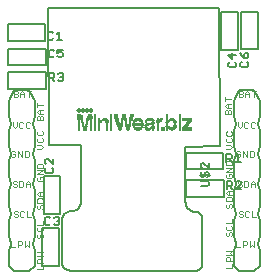
<source format=gto>
G75*
%MOIN*%
%OFA0B0*%
%FSLAX24Y24*%
%IPPOS*%
%LPD*%
%AMOC8*
5,1,8,0,0,1.08239X$1,22.5*
%
%ADD10C,0.0080*%
%ADD11C,0.0040*%
%ADD12R,0.0042X0.0007*%
%ADD13R,0.0035X0.0007*%
%ADD14R,0.0028X0.0007*%
%ADD15R,0.0099X0.0007*%
%ADD16R,0.0106X0.0007*%
%ADD17R,0.0092X0.0007*%
%ADD18R,0.0120X0.0007*%
%ADD19R,0.0113X0.0007*%
%ADD20R,0.0085X0.0007*%
%ADD21R,0.0333X0.0007*%
%ADD22R,0.0099X0.0007*%
%ADD23R,0.0106X0.0007*%
%ADD24R,0.0092X0.0007*%
%ADD25R,0.0163X0.0007*%
%ADD26R,0.0149X0.0007*%
%ADD27R,0.0092X0.0007*%
%ADD28R,0.0127X0.0007*%
%ADD29R,0.0333X0.0007*%
%ADD30R,0.0099X0.0007*%
%ADD31R,0.0106X0.0007*%
%ADD32R,0.0092X0.0007*%
%ADD33R,0.0113X0.0007*%
%ADD34R,0.0191X0.0007*%
%ADD35R,0.0177X0.0007*%
%ADD36R,0.0092X0.0007*%
%ADD37R,0.0149X0.0007*%
%ADD38R,0.0333X0.0007*%
%ADD39R,0.0120X0.0007*%
%ADD40R,0.0212X0.0007*%
%ADD41R,0.0191X0.0007*%
%ADD42R,0.0092X0.0007*%
%ADD43R,0.0177X0.0007*%
%ADD44R,0.0120X0.0007*%
%ADD45R,0.0234X0.0007*%
%ADD46R,0.0205X0.0007*%
%ADD47R,0.0099X0.0007*%
%ADD48R,0.0120X0.0007*%
%ADD49R,0.0092X0.0007*%
%ADD50R,0.0113X0.0007*%
%ADD51R,0.0120X0.0007*%
%ADD52R,0.0255X0.0007*%
%ADD53R,0.0220X0.0007*%
%ADD54R,0.0092X0.0007*%
%ADD55R,0.0106X0.0007*%
%ADD56R,0.0198X0.0007*%
%ADD57R,0.0333X0.0007*%
%ADD58R,0.0135X0.0007*%
%ADD59R,0.0127X0.0007*%
%ADD60R,0.0269X0.0007*%
%ADD61R,0.0326X0.0007*%
%ADD62R,0.0212X0.0007*%
%ADD63R,0.0135X0.0007*%
%ADD64R,0.0127X0.0007*%
%ADD65R,0.0127X0.0007*%
%ADD66R,0.0283X0.0007*%
%ADD67R,0.0333X0.0007*%
%ADD68R,0.0227X0.0007*%
%ADD69R,0.0135X0.0007*%
%ADD70R,0.0127X0.0007*%
%ADD71R,0.0290X0.0007*%
%ADD72R,0.0333X0.0007*%
%ADD73R,0.0135X0.0007*%
%ADD74R,0.0297X0.0007*%
%ADD75R,0.0340X0.0007*%
%ADD76R,0.0149X0.0007*%
%ADD77R,0.0135X0.0007*%
%ADD78R,0.0142X0.0007*%
%ADD79R,0.0312X0.0007*%
%ADD80R,0.0156X0.0007*%
%ADD81R,0.0340X0.0007*%
%ADD82R,0.0142X0.0007*%
%ADD83R,0.0120X0.0007*%
%ADD84R,0.0142X0.0007*%
%ADD85R,0.0326X0.0007*%
%ADD86R,0.0149X0.0007*%
%ADD87R,0.0142X0.0007*%
%ADD88R,0.0106X0.0007*%
%ADD89R,0.0127X0.0007*%
%ADD90R,0.0135X0.0007*%
%ADD91R,0.0113X0.0007*%
%ADD92R,0.0163X0.0007*%
%ADD93R,0.0163X0.0007*%
%ADD94R,0.0156X0.0007*%
%ADD95R,0.0113X0.0007*%
%ADD96R,0.0120X0.0007*%
%ADD97R,0.0163X0.0007*%
%ADD98R,0.0163X0.0007*%
%ADD99R,0.0085X0.0007*%
%ADD100R,0.0170X0.0007*%
%ADD101R,0.0177X0.0007*%
%ADD102R,0.0085X0.0007*%
%ADD103R,0.0078X0.0007*%
%ADD104R,0.0177X0.0007*%
%ADD105R,0.0106X0.0007*%
%ADD106R,0.0113X0.0007*%
%ADD107R,0.0085X0.0007*%
%ADD108R,0.0177X0.0007*%
%ADD109R,0.0085X0.0007*%
%ADD110R,0.0177X0.0007*%
%ADD111R,0.0177X0.0007*%
%ADD112R,0.0099X0.0007*%
%ADD113R,0.0184X0.0007*%
%ADD114R,0.0099X0.0007*%
%ADD115R,0.0368X0.0007*%
%ADD116R,0.0191X0.0007*%
%ADD117R,0.0368X0.0007*%
%ADD118R,0.0163X0.0007*%
%ADD119R,0.0184X0.0007*%
%ADD120R,0.0368X0.0007*%
%ADD121R,0.0290X0.0007*%
%ADD122R,0.0113X0.0007*%
%ADD123R,0.0085X0.0007*%
%ADD124R,0.0368X0.0007*%
%ADD125R,0.0276X0.0007*%
%ADD126R,0.0361X0.0007*%
%ADD127R,0.0255X0.0007*%
%ADD128R,0.0085X0.0007*%
%ADD129R,0.0361X0.0007*%
%ADD130R,0.0220X0.0007*%
%ADD131R,0.0361X0.0007*%
%ADD132R,0.0099X0.0007*%
%ADD133R,0.0106X0.0007*%
%ADD134R,0.0106X0.0007*%
%ADD135R,0.0120X0.0007*%
%ADD136R,0.0219X0.0007*%
%ADD137R,0.0142X0.0007*%
%ADD138R,0.0219X0.0007*%
%ADD139R,0.0312X0.0007*%
%ADD140R,0.0219X0.0007*%
%ADD141R,0.0347X0.0007*%
%ADD142R,0.0312X0.0007*%
%ADD143R,0.0304X0.0007*%
%ADD144R,0.0340X0.0007*%
%ADD145R,0.0312X0.0007*%
%ADD146R,0.0234X0.0007*%
%ADD147R,0.0297X0.0007*%
%ADD148R,0.0219X0.0007*%
%ADD149R,0.0312X0.0007*%
%ADD150R,0.0227X0.0007*%
%ADD151R,0.0283X0.0007*%
%ADD152R,0.0290X0.0007*%
%ADD153R,0.0269X0.0007*%
%ADD154R,0.0205X0.0007*%
%ADD155R,0.0184X0.0007*%
%ADD156R,0.0255X0.0007*%
%ADD157R,0.0198X0.0007*%
%ADD158R,0.0191X0.0007*%
%ADD159R,0.0184X0.0007*%
%ADD160R,0.0241X0.0007*%
%ADD161R,0.0255X0.0007*%
%ADD162R,0.0191X0.0007*%
%ADD163R,0.0198X0.0007*%
%ADD164R,0.0184X0.0007*%
%ADD165R,0.0234X0.0007*%
%ADD166R,0.0212X0.0007*%
%ADD167R,0.0184X0.0007*%
%ADD168R,0.0170X0.0007*%
%ADD169R,0.0170X0.0007*%
%ADD170R,0.0156X0.0007*%
%ADD171R,0.0035X0.0007*%
%ADD172R,0.0170X0.0007*%
%ADD173R,0.0042X0.0007*%
%ADD174R,0.0064X0.0007*%
%ADD175R,0.0028X0.0007*%
%ADD176R,0.0035X0.0007*%
%ADD177R,0.0156X0.0007*%
%ADD178R,0.0177X0.0007*%
%ADD179R,0.0170X0.0007*%
%ADD180R,0.0028X0.0007*%
%ADD181R,0.0028X0.0007*%
%ADD182R,0.0057X0.0007*%
%ADD183R,0.0057X0.0007*%
%ADD184R,0.0042X0.0007*%
%ADD185R,0.0043X0.0007*%
%ADD186R,0.0050X0.0007*%
%ADD187R,0.0050X0.0007*%
%ADD188R,0.0043X0.0007*%
%ADD189R,0.0043X0.0007*%
%ADD190R,0.0035X0.0007*%
%ADD191R,0.0035X0.0007*%
%ADD192R,0.0078X0.0007*%
%ADD193R,0.0064X0.0007*%
%ADD194C,0.0060*%
D10*
X000249Y003226D02*
X000420Y003055D01*
X000920Y003055D01*
X001091Y003226D01*
X001091Y003726D01*
X001038Y003976D01*
X001091Y004226D01*
X001091Y004726D01*
X001038Y004976D01*
X001091Y005226D01*
X001091Y005726D01*
X001038Y005976D01*
X001091Y006226D01*
X001091Y006726D01*
X001038Y006976D01*
X001091Y007226D01*
X001091Y007726D01*
X001038Y007976D01*
X001091Y008226D01*
X001091Y008726D01*
X000920Y009094D01*
X000420Y009094D01*
X000249Y008726D01*
X000249Y008226D01*
X000302Y007976D01*
X000249Y007726D01*
X000249Y007226D01*
X000302Y006976D01*
X000249Y006726D01*
X000249Y006226D01*
X000302Y005976D01*
X000249Y005726D01*
X000249Y005226D01*
X000302Y004976D01*
X000249Y004726D01*
X000249Y004226D01*
X000302Y003976D01*
X000249Y003726D01*
X000249Y003226D01*
X001351Y003240D02*
X001902Y003240D01*
X001902Y004500D01*
X001351Y004500D01*
X001351Y003240D01*
X001993Y003379D02*
X001998Y004730D01*
X001954Y004969D02*
X001402Y004969D01*
X001402Y006228D01*
X001954Y006228D01*
X001954Y004969D01*
X001998Y004730D02*
X002000Y004765D01*
X002006Y004799D01*
X002015Y004833D01*
X002027Y004866D01*
X002043Y004897D01*
X002062Y004926D01*
X002084Y004953D01*
X002109Y004978D01*
X002136Y004999D01*
X002165Y005018D01*
X002196Y005034D01*
X002229Y005047D01*
X002263Y005056D01*
X002297Y005061D01*
X002332Y005063D01*
X002365Y005065D01*
X002397Y005070D01*
X002429Y005078D01*
X002459Y005090D01*
X002488Y005105D01*
X002516Y005123D01*
X002541Y005143D01*
X002565Y005167D01*
X002585Y005192D01*
X002603Y005219D01*
X002618Y005249D01*
X002630Y005279D01*
X002638Y005311D01*
X002643Y005343D01*
X002645Y005376D01*
X002644Y005376D02*
X002644Y007248D01*
X001560Y007268D01*
X001554Y011835D01*
X007241Y011823D01*
X007265Y007228D01*
X006121Y007197D01*
X006121Y005360D01*
X006146Y005535D02*
X006146Y006087D01*
X007406Y006087D01*
X007406Y005535D01*
X006146Y005535D01*
X006121Y005360D02*
X006123Y005326D01*
X006128Y005292D01*
X006137Y005260D01*
X006149Y005228D01*
X006165Y005198D01*
X006183Y005169D01*
X006204Y005143D01*
X006229Y005118D01*
X006255Y005097D01*
X006284Y005079D01*
X006314Y005063D01*
X006346Y005051D01*
X006378Y005042D01*
X006412Y005037D01*
X006446Y005035D01*
X006446Y005036D02*
X006476Y005034D01*
X006506Y005028D01*
X006534Y005018D01*
X006561Y005005D01*
X006587Y004988D01*
X006609Y004968D01*
X006629Y004946D01*
X006646Y004921D01*
X006659Y004894D01*
X006669Y004865D01*
X006675Y004835D01*
X006677Y004805D01*
X006676Y004805D02*
X006678Y003285D01*
X006676Y003257D01*
X006671Y003230D01*
X006662Y003203D01*
X006649Y003178D01*
X006634Y003155D01*
X006615Y003134D01*
X006594Y003115D01*
X006571Y003100D01*
X006546Y003087D01*
X006519Y003078D01*
X006492Y003073D01*
X006464Y003071D01*
X002301Y003071D01*
X002269Y003073D01*
X002237Y003078D01*
X002206Y003086D01*
X002176Y003098D01*
X002147Y003112D01*
X002120Y003130D01*
X002095Y003150D01*
X002072Y003173D01*
X002052Y003198D01*
X002034Y003225D01*
X002020Y003254D01*
X002008Y003284D01*
X002000Y003315D01*
X001995Y003347D01*
X001993Y003379D01*
X006127Y006449D02*
X006127Y007000D01*
X007387Y007000D01*
X007387Y006449D01*
X006127Y006449D01*
X007749Y006226D02*
X007802Y005976D01*
X007749Y005726D01*
X007749Y005226D01*
X007802Y004976D01*
X007749Y004726D01*
X007749Y004226D01*
X007802Y003976D01*
X007749Y003726D01*
X007749Y003226D01*
X007920Y003055D01*
X008420Y003055D01*
X008591Y003226D01*
X008591Y003726D01*
X008538Y003976D01*
X008591Y004226D01*
X008591Y004726D01*
X008538Y004976D01*
X008591Y005226D01*
X008591Y005726D01*
X008538Y005976D01*
X008591Y006226D01*
X008591Y006726D01*
X008538Y006976D01*
X008591Y007226D01*
X008591Y007726D01*
X008538Y007976D01*
X008591Y008226D01*
X008591Y008726D01*
X008420Y009094D01*
X007920Y009094D01*
X007749Y008726D01*
X007749Y008226D01*
X007802Y007976D01*
X007749Y007726D01*
X007749Y007226D01*
X007802Y006976D01*
X007749Y006726D01*
X007749Y006226D01*
X007871Y010437D02*
X007320Y010437D01*
X007320Y011697D01*
X007871Y011697D01*
X007871Y010437D01*
X007985Y010445D02*
X008536Y010445D01*
X008536Y011705D01*
X007985Y011705D01*
X007985Y010445D01*
X001457Y010476D02*
X001457Y009925D01*
X000198Y009925D01*
X000198Y010476D01*
X001457Y010476D01*
X001450Y010736D02*
X001450Y011287D01*
X000190Y011287D01*
X000190Y010736D01*
X001450Y010736D01*
X001469Y009689D02*
X001469Y009138D01*
X000209Y009138D01*
X000209Y009689D01*
X001469Y009689D01*
D11*
X000974Y009063D02*
X000841Y009063D01*
X000907Y009063D02*
X000907Y008863D01*
X000753Y008863D02*
X000753Y008996D01*
X000686Y009063D01*
X000620Y008996D01*
X000620Y008863D01*
X000532Y008896D02*
X000532Y008929D01*
X000499Y008963D01*
X000399Y008963D01*
X000399Y008863D02*
X000399Y009063D01*
X000499Y009063D01*
X000532Y009029D01*
X000532Y008996D01*
X000499Y008963D01*
X000532Y008896D02*
X000499Y008863D01*
X000399Y008863D01*
X000620Y008963D02*
X000753Y008963D01*
X001170Y008659D02*
X001170Y008525D01*
X001170Y008592D02*
X001370Y008592D01*
X001370Y008438D02*
X001237Y008438D01*
X001170Y008371D01*
X001237Y008304D01*
X001370Y008304D01*
X001337Y008217D02*
X001304Y008217D01*
X001270Y008183D01*
X001270Y008083D01*
X001170Y008083D02*
X001170Y008183D01*
X001204Y008217D01*
X001237Y008217D01*
X001270Y008183D01*
X001337Y008217D02*
X001370Y008183D01*
X001370Y008083D01*
X001170Y008083D01*
X001270Y008304D02*
X001270Y008438D01*
X000901Y008039D02*
X000835Y008039D01*
X000801Y008006D01*
X000801Y007872D01*
X000835Y007839D01*
X000901Y007839D01*
X000935Y007872D01*
X000935Y008006D02*
X000901Y008039D01*
X000714Y008006D02*
X000680Y008039D01*
X000614Y008039D01*
X000580Y008006D01*
X000580Y007872D01*
X000614Y007839D01*
X000680Y007839D01*
X000714Y007872D01*
X000493Y007906D02*
X000493Y008039D01*
X000493Y007906D02*
X000426Y007839D01*
X000359Y007906D01*
X000359Y008039D01*
X000353Y007055D02*
X000320Y007021D01*
X000320Y006888D01*
X000353Y006855D01*
X000420Y006855D01*
X000453Y006888D01*
X000453Y006955D01*
X000387Y006955D01*
X000453Y007021D02*
X000420Y007055D01*
X000353Y007055D01*
X000541Y007055D02*
X000541Y006855D01*
X000674Y006855D02*
X000541Y007055D01*
X000674Y007055D02*
X000674Y006855D01*
X000762Y006855D02*
X000762Y007055D01*
X000862Y007055D01*
X000895Y007021D01*
X000895Y006888D01*
X000862Y006855D01*
X000762Y006855D01*
X001182Y006609D02*
X001182Y006509D01*
X001382Y006509D01*
X001382Y006609D01*
X001349Y006643D01*
X001216Y006643D01*
X001182Y006609D01*
X001182Y006509D01*
X001382Y006509D01*
X001382Y006609D01*
X001349Y006643D01*
X001216Y006643D01*
X001182Y006609D01*
X001182Y006422D02*
X001382Y006422D01*
X001182Y006288D01*
X001382Y006288D01*
X001182Y006288D01*
X001382Y006422D01*
X001182Y006422D01*
X001216Y006201D02*
X001182Y006167D01*
X001182Y006101D01*
X001216Y006067D01*
X001349Y006067D01*
X001382Y006101D01*
X001382Y006167D01*
X001349Y006201D01*
X001282Y006201D01*
X001282Y006134D01*
X001282Y006201D01*
X001349Y006201D01*
X001382Y006167D01*
X001382Y006101D01*
X001349Y006067D01*
X001216Y006067D01*
X001182Y006101D01*
X001182Y006167D01*
X001216Y006201D01*
X000935Y006004D02*
X000935Y005870D01*
X000935Y005970D02*
X000801Y005970D01*
X000801Y006004D02*
X000801Y005870D01*
X000714Y005904D02*
X000714Y006037D01*
X000680Y006071D01*
X000580Y006071D01*
X000580Y005870D01*
X000680Y005870D01*
X000714Y005904D01*
X000801Y006004D02*
X000868Y006071D01*
X000935Y006004D01*
X001249Y005698D02*
X001182Y005631D01*
X001249Y005564D01*
X001382Y005564D01*
X001349Y005477D02*
X001216Y005477D01*
X001182Y005443D01*
X001182Y005343D01*
X001382Y005343D01*
X001382Y005443D01*
X001349Y005477D01*
X001282Y005564D02*
X001282Y005698D01*
X001249Y005698D02*
X001382Y005698D01*
X001349Y005256D02*
X001316Y005256D01*
X001282Y005222D01*
X001282Y005156D01*
X001249Y005122D01*
X001216Y005122D01*
X001182Y005156D01*
X001182Y005222D01*
X001216Y005256D01*
X001349Y005256D02*
X001382Y005222D01*
X001382Y005156D01*
X001349Y005122D01*
X001374Y004737D02*
X001374Y004604D01*
X001174Y004604D01*
X001208Y004516D02*
X001174Y004483D01*
X001174Y004416D01*
X001208Y004383D01*
X001341Y004383D01*
X001374Y004416D01*
X001374Y004483D01*
X001341Y004516D01*
X001341Y004295D02*
X001308Y004295D01*
X001274Y004262D01*
X001274Y004195D01*
X001241Y004162D01*
X001208Y004162D01*
X001174Y004195D01*
X001174Y004262D01*
X001208Y004295D01*
X001341Y004295D02*
X001374Y004262D01*
X001374Y004195D01*
X001341Y004162D01*
X001382Y003690D02*
X001182Y003690D01*
X001182Y003556D02*
X001382Y003556D01*
X001316Y003623D01*
X001382Y003690D01*
X001282Y003469D02*
X001216Y003469D01*
X001182Y003436D01*
X001182Y003335D01*
X001382Y003335D01*
X001316Y003335D02*
X001316Y003436D01*
X001282Y003469D01*
X001382Y003248D02*
X001382Y003114D01*
X001182Y003114D01*
X000895Y003863D02*
X000895Y004063D01*
X000829Y003929D02*
X000895Y003863D01*
X000829Y003929D02*
X000762Y003863D01*
X000762Y004063D01*
X000674Y004029D02*
X000674Y003963D01*
X000641Y003929D01*
X000541Y003929D01*
X000541Y003863D02*
X000541Y004063D01*
X000641Y004063D01*
X000674Y004029D01*
X000453Y003863D02*
X000320Y003863D01*
X000320Y004063D01*
X000432Y004847D02*
X000399Y004880D01*
X000432Y004847D02*
X000499Y004847D01*
X000532Y004880D01*
X000532Y004913D01*
X000499Y004947D01*
X000432Y004947D01*
X000399Y004980D01*
X000399Y005014D01*
X000432Y005047D01*
X000499Y005047D01*
X000532Y005014D01*
X000620Y005014D02*
X000620Y004880D01*
X000653Y004847D01*
X000720Y004847D01*
X000753Y004880D01*
X000841Y004847D02*
X000974Y004847D01*
X000841Y004847D02*
X000841Y005047D01*
X000753Y005014D02*
X000720Y005047D01*
X000653Y005047D01*
X000620Y005014D01*
X000459Y005870D02*
X000393Y005870D01*
X000359Y005904D01*
X000393Y005970D02*
X000459Y005970D01*
X000493Y005937D01*
X000493Y005904D01*
X000459Y005870D01*
X000393Y005970D02*
X000359Y006004D01*
X000359Y006037D01*
X000393Y006071D01*
X000459Y006071D01*
X000493Y006037D01*
X001186Y007137D02*
X001319Y007137D01*
X001386Y007203D01*
X001319Y007270D01*
X001186Y007270D01*
X001219Y007358D02*
X001353Y007358D01*
X001386Y007391D01*
X001386Y007458D01*
X001353Y007491D01*
X001353Y007579D02*
X001386Y007612D01*
X001386Y007679D01*
X001353Y007712D01*
X001353Y007579D02*
X001219Y007579D01*
X001186Y007612D01*
X001186Y007679D01*
X001219Y007712D01*
X001219Y007491D02*
X001186Y007458D01*
X001186Y007391D01*
X001219Y007358D01*
X007458Y007389D02*
X007491Y007355D01*
X007625Y007355D01*
X007658Y007389D01*
X007658Y007455D01*
X007625Y007489D01*
X007625Y007576D02*
X007658Y007610D01*
X007658Y007676D01*
X007625Y007710D01*
X007625Y007576D02*
X007491Y007576D01*
X007458Y007610D01*
X007458Y007676D01*
X007491Y007710D01*
X007491Y007489D02*
X007458Y007455D01*
X007458Y007389D01*
X007458Y007268D02*
X007591Y007268D01*
X007658Y007201D01*
X007591Y007134D01*
X007458Y007134D01*
X007491Y006725D02*
X007458Y006692D01*
X007458Y006592D01*
X007658Y006592D01*
X007658Y006692D01*
X007625Y006725D01*
X007491Y006725D01*
X007458Y006504D02*
X007658Y006504D01*
X007458Y006371D01*
X007658Y006371D01*
X007625Y006283D02*
X007558Y006283D01*
X007558Y006217D01*
X007625Y006283D02*
X007658Y006250D01*
X007658Y006183D01*
X007625Y006150D01*
X007491Y006150D01*
X007458Y006183D01*
X007458Y006250D01*
X007491Y006283D01*
X007525Y005741D02*
X007658Y005741D01*
X007558Y005741D02*
X007558Y005608D01*
X007525Y005608D02*
X007458Y005674D01*
X007525Y005741D01*
X007525Y005608D02*
X007658Y005608D01*
X007625Y005520D02*
X007491Y005520D01*
X007458Y005487D01*
X007458Y005387D01*
X007658Y005387D01*
X007658Y005487D01*
X007625Y005520D01*
X007625Y005299D02*
X007658Y005266D01*
X007658Y005199D01*
X007625Y005166D01*
X007558Y005199D02*
X007558Y005266D01*
X007591Y005299D01*
X007625Y005299D01*
X007558Y005199D02*
X007525Y005166D01*
X007491Y005166D01*
X007458Y005199D01*
X007458Y005266D01*
X007491Y005299D01*
X007658Y004796D02*
X007658Y004663D01*
X007458Y004663D01*
X007491Y004575D02*
X007458Y004542D01*
X007458Y004475D01*
X007491Y004442D01*
X007625Y004442D01*
X007658Y004475D01*
X007658Y004542D01*
X007625Y004575D01*
X007625Y004354D02*
X007658Y004321D01*
X007658Y004254D01*
X007625Y004221D01*
X007558Y004254D02*
X007558Y004321D01*
X007591Y004354D01*
X007625Y004354D01*
X007558Y004254D02*
X007525Y004221D01*
X007491Y004221D01*
X007458Y004254D01*
X007458Y004321D01*
X007491Y004354D01*
X007820Y004063D02*
X007820Y003863D01*
X007953Y003863D01*
X008041Y003863D02*
X008041Y004063D01*
X008141Y004063D01*
X008174Y004029D01*
X008174Y003963D01*
X008141Y003929D01*
X008041Y003929D01*
X008262Y003863D02*
X008329Y003929D01*
X008395Y003863D01*
X008395Y004063D01*
X008262Y004063D02*
X008262Y003863D01*
X007658Y003733D02*
X007458Y003733D01*
X007458Y003600D02*
X007658Y003600D01*
X007591Y003666D01*
X007658Y003733D01*
X007558Y003512D02*
X007491Y003512D01*
X007458Y003479D01*
X007458Y003379D01*
X007658Y003379D01*
X007591Y003379D02*
X007591Y003479D01*
X007558Y003512D01*
X007658Y003291D02*
X007658Y003158D01*
X007458Y003158D01*
X007932Y004847D02*
X007899Y004880D01*
X007932Y004847D02*
X007999Y004847D01*
X008032Y004880D01*
X008032Y004913D01*
X007999Y004947D01*
X007932Y004947D01*
X007899Y004980D01*
X007899Y005014D01*
X007932Y005047D01*
X007999Y005047D01*
X008032Y005014D01*
X008120Y005014D02*
X008120Y004880D01*
X008153Y004847D01*
X008220Y004847D01*
X008253Y004880D01*
X008341Y004847D02*
X008474Y004847D01*
X008341Y004847D02*
X008341Y005047D01*
X008253Y005014D02*
X008220Y005047D01*
X008153Y005047D01*
X008120Y005014D01*
X008080Y005870D02*
X008180Y005870D01*
X008214Y005904D01*
X008214Y006037D01*
X008180Y006071D01*
X008080Y006071D01*
X008080Y005870D01*
X007993Y005904D02*
X007959Y005870D01*
X007893Y005870D01*
X007859Y005904D01*
X007893Y005970D02*
X007959Y005970D01*
X007993Y005937D01*
X007993Y005904D01*
X007893Y005970D02*
X007859Y006004D01*
X007859Y006037D01*
X007893Y006071D01*
X007959Y006071D01*
X007993Y006037D01*
X008301Y006004D02*
X008301Y005870D01*
X008301Y005970D02*
X008435Y005970D01*
X008435Y006004D02*
X008435Y005870D01*
X008435Y006004D02*
X008368Y006071D01*
X008301Y006004D01*
X008262Y006855D02*
X008362Y006855D01*
X008395Y006888D01*
X008395Y007021D01*
X008362Y007055D01*
X008262Y007055D01*
X008262Y006855D01*
X008174Y006855D02*
X008174Y007055D01*
X008041Y007055D02*
X008041Y006855D01*
X007953Y006888D02*
X007953Y006955D01*
X007887Y006955D01*
X007953Y007021D02*
X007920Y007055D01*
X007853Y007055D01*
X007820Y007021D01*
X007820Y006888D01*
X007853Y006855D01*
X007920Y006855D01*
X007953Y006888D01*
X008041Y007055D02*
X008174Y006855D01*
X008180Y007839D02*
X008214Y007872D01*
X008180Y007839D02*
X008114Y007839D01*
X008080Y007872D01*
X008080Y008006D01*
X008114Y008039D01*
X008180Y008039D01*
X008214Y008006D01*
X008301Y008006D02*
X008301Y007872D01*
X008335Y007839D01*
X008401Y007839D01*
X008435Y007872D01*
X008435Y008006D02*
X008401Y008039D01*
X008335Y008039D01*
X008301Y008006D01*
X007993Y008039D02*
X007993Y007906D01*
X007926Y007839D01*
X007859Y007906D01*
X007859Y008039D01*
X007634Y008284D02*
X007634Y008384D01*
X007601Y008417D01*
X007568Y008417D01*
X007534Y008384D01*
X007534Y008284D01*
X007434Y008284D02*
X007434Y008384D01*
X007468Y008417D01*
X007501Y008417D01*
X007534Y008384D01*
X007534Y008505D02*
X007534Y008638D01*
X007501Y008638D02*
X007634Y008638D01*
X007501Y008638D02*
X007434Y008571D01*
X007501Y008505D01*
X007634Y008505D01*
X007634Y008284D02*
X007434Y008284D01*
X007434Y008726D02*
X007434Y008859D01*
X007434Y008792D02*
X007634Y008792D01*
X007899Y008863D02*
X007999Y008863D01*
X008032Y008896D01*
X008032Y008929D01*
X007999Y008963D01*
X007899Y008963D01*
X007899Y008863D02*
X007899Y009063D01*
X007999Y009063D01*
X008032Y009029D01*
X008032Y008996D01*
X007999Y008963D01*
X008120Y008963D02*
X008253Y008963D01*
X008253Y008996D02*
X008253Y008863D01*
X008253Y008996D02*
X008186Y009063D01*
X008120Y008996D01*
X008120Y008863D01*
X008341Y009063D02*
X008474Y009063D01*
X008407Y009063D02*
X008407Y008863D01*
D12*
X004547Y007732D03*
X003010Y008384D03*
X002996Y008426D03*
X002925Y008384D03*
X002925Y008377D03*
X002876Y008384D03*
X002861Y008426D03*
X002791Y008384D03*
X002791Y008377D03*
X002741Y008384D03*
X002727Y008426D03*
X002699Y008327D03*
X002564Y008327D03*
X002522Y008377D03*
X002522Y008384D03*
X002592Y008426D03*
X002833Y008327D03*
X002968Y008327D03*
D13*
X002561Y008476D03*
X004876Y007732D03*
D14*
X005347Y008136D03*
X005673Y007732D03*
D15*
X005673Y007739D03*
X005786Y007888D03*
X005786Y007902D03*
X005786Y007938D03*
X005786Y007952D03*
X005779Y008001D03*
X005928Y008001D03*
X005928Y007987D03*
X005928Y007952D03*
X005928Y007938D03*
X005928Y007902D03*
X005928Y007888D03*
X005928Y007853D03*
X005928Y007838D03*
X005928Y007810D03*
X005928Y007789D03*
X005928Y007761D03*
X005928Y007739D03*
X005928Y008030D03*
X005928Y008051D03*
X005928Y008079D03*
X005928Y008100D03*
X005928Y008178D03*
X005928Y008207D03*
X005928Y008228D03*
X005928Y008256D03*
X005517Y007987D03*
X005191Y007952D03*
X005191Y007938D03*
X005191Y007902D03*
X005191Y007888D03*
X005191Y007853D03*
X005191Y007838D03*
X005191Y007810D03*
X005191Y007789D03*
X005191Y007761D03*
X005191Y007739D03*
X005042Y007888D03*
X005042Y007902D03*
X005042Y008001D03*
X005042Y008030D03*
X004816Y008030D03*
X004809Y007888D03*
X004667Y007853D03*
X004660Y007838D03*
X004667Y007987D03*
X004653Y008030D03*
X004412Y008001D03*
X004412Y007987D03*
X004419Y007853D03*
X004256Y007938D03*
X004264Y007952D03*
X004271Y007987D03*
X004278Y008001D03*
X004285Y008030D03*
X004136Y007987D03*
X004122Y008051D03*
X003874Y007938D03*
X003931Y007739D03*
X004200Y007739D03*
X003506Y007739D03*
X003506Y007761D03*
X003506Y007789D03*
X003506Y007810D03*
X003506Y007838D03*
X003506Y007853D03*
X003506Y007888D03*
X003506Y007902D03*
X003506Y007938D03*
X003506Y007952D03*
X003506Y007987D03*
X003506Y008001D03*
X003258Y008001D03*
X003258Y007987D03*
X003109Y007987D03*
X003109Y008001D03*
X003109Y008030D03*
X003109Y008051D03*
X003109Y008079D03*
X003109Y008100D03*
X003109Y008178D03*
X003109Y008207D03*
X003109Y008228D03*
X003109Y008256D03*
X002961Y008079D03*
X002961Y008051D03*
X002961Y008030D03*
X002961Y008001D03*
X002961Y007987D03*
X002961Y007952D03*
X002961Y007938D03*
X002961Y007902D03*
X002961Y007888D03*
X002961Y007853D03*
X002961Y007838D03*
X002961Y007810D03*
X002961Y007789D03*
X002961Y007761D03*
X002961Y007739D03*
X003109Y007739D03*
X003109Y007761D03*
X003109Y007789D03*
X003109Y007810D03*
X003109Y007838D03*
X003109Y007853D03*
X003109Y007888D03*
X003109Y007902D03*
X003109Y007938D03*
X003109Y007952D03*
X002557Y007952D03*
X002557Y007938D03*
X002557Y007902D03*
X002557Y007888D03*
X002557Y007853D03*
X002557Y007838D03*
X002557Y007810D03*
X002557Y007789D03*
X002557Y007761D03*
X002557Y007739D03*
X002557Y007987D03*
X002557Y008001D03*
X002557Y008030D03*
X002557Y008051D03*
X002557Y008079D03*
D16*
X002759Y007739D03*
X003495Y008030D03*
X003828Y008100D03*
X003835Y008079D03*
X003842Y008051D03*
X003849Y008030D03*
X003856Y008001D03*
X003871Y007952D03*
X003821Y008129D03*
X004288Y008051D03*
X004295Y008079D03*
X004302Y008100D03*
X004324Y008178D03*
X004331Y008207D03*
X004338Y008228D03*
X004345Y008256D03*
X004423Y008030D03*
X004423Y007838D03*
X005039Y007853D03*
X005039Y007987D03*
X005308Y008100D03*
X005520Y008001D03*
X005520Y007853D03*
X005372Y007838D03*
X005372Y007810D03*
X005372Y007789D03*
X005372Y007761D03*
X005372Y007739D03*
X005775Y007853D03*
D17*
X005513Y007888D03*
X005513Y007902D03*
X005513Y007938D03*
X005513Y007952D03*
X005513Y008079D03*
X005513Y008100D03*
X005513Y008129D03*
X005513Y008178D03*
X005513Y008207D03*
X005513Y008228D03*
X005513Y008256D03*
X005188Y008100D03*
X005188Y008079D03*
X004805Y008001D03*
X004664Y008001D03*
X004409Y007888D03*
X004147Y007938D03*
X004147Y007952D03*
X004133Y008001D03*
X004125Y008030D03*
X004005Y008030D03*
X003998Y008001D03*
X003984Y007938D03*
X003651Y007938D03*
X003651Y007952D03*
X003651Y007987D03*
X003651Y008001D03*
X003651Y008030D03*
X003651Y008051D03*
X003651Y008079D03*
X003651Y008100D03*
X003651Y008178D03*
X003651Y008207D03*
X003651Y008228D03*
X003651Y008256D03*
X003651Y007902D03*
X003651Y007888D03*
X003651Y007853D03*
X003651Y007838D03*
X003651Y007810D03*
X003651Y007789D03*
X003651Y007761D03*
X003651Y007739D03*
X003254Y007739D03*
X003254Y007761D03*
X003254Y007789D03*
X003254Y007810D03*
X003254Y007838D03*
X003254Y007853D03*
X003254Y007888D03*
X003254Y007902D03*
X003254Y007938D03*
X003254Y007952D03*
X003254Y008079D03*
X003254Y008100D03*
X002964Y008355D03*
X002858Y008079D03*
X002851Y008051D03*
X002823Y007938D03*
X002709Y007888D03*
X002695Y007938D03*
X002695Y007952D03*
X002674Y008030D03*
X002667Y008051D03*
X002660Y008079D03*
X002695Y008355D03*
X002561Y008355D03*
X005513Y007789D03*
X005513Y007761D03*
X005513Y007739D03*
D18*
X005527Y007838D03*
X005527Y008030D03*
X005301Y008079D03*
X004543Y008129D03*
X004444Y008051D03*
X004543Y007739D03*
X006228Y007987D03*
D19*
X006197Y007952D03*
X006140Y007888D03*
X006097Y007838D03*
X005765Y007838D03*
X005765Y008030D03*
X005035Y007838D03*
X004872Y007739D03*
X004809Y007810D03*
X004823Y007902D03*
X004830Y008051D03*
X004200Y007761D03*
X003931Y007761D03*
X003803Y008207D03*
X003796Y008228D03*
X003789Y008256D03*
X003265Y008030D03*
D20*
X002833Y007987D03*
X002826Y007952D03*
X002684Y007987D03*
X005050Y007739D03*
D21*
X006179Y007739D03*
X006179Y007761D03*
X006179Y007789D03*
X006179Y007810D03*
D22*
X005928Y007796D03*
X005928Y007846D03*
X005928Y007895D03*
X005928Y007945D03*
X005928Y007994D03*
X005928Y008044D03*
X005928Y008093D03*
X005928Y008214D03*
X005928Y008263D03*
X005779Y007994D03*
X005786Y007945D03*
X005786Y007895D03*
X005928Y007746D03*
X005517Y007994D03*
X005191Y007945D03*
X005191Y007895D03*
X005191Y007846D03*
X005191Y007796D03*
X005191Y007746D03*
X005042Y007895D03*
X005042Y007994D03*
X004823Y008044D03*
X004667Y007994D03*
X004660Y007846D03*
X004419Y007846D03*
X004412Y007994D03*
X004285Y008044D03*
X004299Y008093D03*
X004271Y007994D03*
X004200Y007746D03*
X003931Y007746D03*
X003874Y007945D03*
X003860Y007994D03*
X003846Y008044D03*
X003506Y007994D03*
X003506Y007945D03*
X003506Y007895D03*
X003506Y007846D03*
X003506Y007796D03*
X003506Y007746D03*
X003258Y007994D03*
X003109Y007994D03*
X003109Y007945D03*
X003109Y007895D03*
X003109Y007846D03*
X003109Y007796D03*
X003109Y007746D03*
X002961Y007746D03*
X002961Y007796D03*
X002961Y007846D03*
X002961Y007895D03*
X002961Y007945D03*
X002961Y007994D03*
X002961Y008044D03*
X003109Y008044D03*
X003109Y008093D03*
X003109Y008214D03*
X003109Y008263D03*
X002557Y008044D03*
X002557Y007994D03*
X002557Y007945D03*
X002557Y007895D03*
X002557Y007846D03*
X002557Y007796D03*
X002557Y007746D03*
D23*
X002759Y007746D03*
X003835Y008093D03*
X003800Y008214D03*
X004331Y008214D03*
X004642Y008044D03*
X004812Y007895D03*
X005039Y007846D03*
X005032Y008044D03*
X005372Y007796D03*
X005372Y007746D03*
X005768Y007846D03*
D24*
X005513Y007895D03*
X005513Y007945D03*
X005513Y008093D03*
X005513Y008214D03*
X005513Y008263D03*
X005188Y008093D03*
X005513Y007746D03*
X004147Y007945D03*
X004133Y007994D03*
X004125Y008044D03*
X003998Y007994D03*
X003651Y007994D03*
X003651Y007945D03*
X003651Y007895D03*
X003651Y007846D03*
X003651Y007796D03*
X003651Y007746D03*
X003651Y008044D03*
X003651Y008093D03*
X003651Y008214D03*
X003651Y008263D03*
X003254Y008093D03*
X003254Y007945D03*
X003254Y007895D03*
X003254Y007846D03*
X003254Y007796D03*
X003254Y007746D03*
X002837Y007994D03*
X002851Y008044D03*
X002667Y008044D03*
X002695Y007945D03*
X002709Y007895D03*
D25*
X002929Y008214D03*
X004543Y007746D03*
D26*
X004876Y007746D03*
D27*
X004798Y007846D03*
X005046Y007746D03*
X004260Y007945D03*
X002681Y007994D03*
D28*
X004065Y008214D03*
X004200Y007796D03*
X005673Y007746D03*
D29*
X005634Y007796D03*
X006179Y007796D03*
X006179Y007746D03*
D30*
X005928Y007753D03*
X005928Y007768D03*
X005928Y007782D03*
X005928Y007803D03*
X005928Y007817D03*
X005928Y007831D03*
X005928Y007860D03*
X005928Y007867D03*
X005928Y007881D03*
X005928Y007909D03*
X005928Y007923D03*
X005928Y007930D03*
X005928Y007959D03*
X005928Y007973D03*
X005928Y007980D03*
X005928Y008008D03*
X005928Y008023D03*
X005928Y008037D03*
X005928Y008058D03*
X005928Y008072D03*
X005928Y008086D03*
X005928Y008108D03*
X005928Y008122D03*
X005928Y008171D03*
X005928Y008185D03*
X005928Y008200D03*
X005928Y008221D03*
X005928Y008235D03*
X005928Y008249D03*
X005786Y007980D03*
X005786Y007973D03*
X005786Y007959D03*
X005786Y007930D03*
X005786Y007923D03*
X005786Y007909D03*
X005779Y007867D03*
X005517Y007867D03*
X005517Y007881D03*
X005517Y007980D03*
X005311Y008108D03*
X005191Y007980D03*
X005191Y007973D03*
X005191Y007959D03*
X005191Y007930D03*
X005191Y007923D03*
X005191Y007909D03*
X005191Y007881D03*
X005191Y007867D03*
X005191Y007860D03*
X005191Y007831D03*
X005191Y007817D03*
X005191Y007803D03*
X005191Y007782D03*
X005191Y007768D03*
X005191Y007753D03*
X005042Y007860D03*
X005042Y007867D03*
X005042Y007881D03*
X005042Y007909D03*
X005042Y008008D03*
X005042Y008023D03*
X005035Y008037D03*
X004816Y008037D03*
X004802Y007867D03*
X004802Y007831D03*
X004667Y007980D03*
X004412Y008008D03*
X004412Y007867D03*
X004412Y007860D03*
X004256Y007930D03*
X004264Y007959D03*
X004271Y007980D03*
X004278Y008008D03*
X004278Y008023D03*
X004285Y008037D03*
X004292Y008058D03*
X004292Y008072D03*
X004299Y008086D03*
X004306Y008122D03*
X004313Y008150D03*
X004320Y008171D03*
X004327Y008200D03*
X004334Y008221D03*
X004341Y008249D03*
X004150Y007930D03*
X004143Y007959D03*
X003881Y007923D03*
X003867Y007973D03*
X003853Y008023D03*
X003839Y008072D03*
X003506Y007980D03*
X003506Y007973D03*
X003506Y007959D03*
X003506Y007930D03*
X003506Y007923D03*
X003506Y007909D03*
X003506Y007881D03*
X003506Y007867D03*
X003506Y007860D03*
X003506Y007831D03*
X003506Y007817D03*
X003506Y007803D03*
X003506Y007782D03*
X003506Y007768D03*
X003506Y007753D03*
X003258Y007980D03*
X003109Y007980D03*
X003109Y007973D03*
X003109Y007959D03*
X003109Y007930D03*
X003109Y007923D03*
X003109Y007909D03*
X003109Y007881D03*
X003109Y007867D03*
X003109Y007860D03*
X003109Y007831D03*
X003109Y007817D03*
X003109Y007803D03*
X003109Y007782D03*
X003109Y007768D03*
X003109Y007753D03*
X002961Y007753D03*
X002961Y007768D03*
X002961Y007782D03*
X002961Y007803D03*
X002961Y007817D03*
X002961Y007831D03*
X002961Y007860D03*
X002961Y007867D03*
X002961Y007881D03*
X002961Y007909D03*
X002961Y007923D03*
X002961Y007930D03*
X002961Y007959D03*
X002961Y007973D03*
X002961Y007980D03*
X002961Y008008D03*
X002961Y008023D03*
X002961Y008037D03*
X002961Y008058D03*
X002961Y008072D03*
X002961Y008086D03*
X003109Y008086D03*
X003109Y008072D03*
X003109Y008058D03*
X003109Y008037D03*
X003109Y008023D03*
X003109Y008008D03*
X003109Y008108D03*
X003109Y008122D03*
X003109Y008171D03*
X003109Y008185D03*
X003109Y008200D03*
X003109Y008221D03*
X003109Y008235D03*
X003109Y008249D03*
X002557Y008086D03*
X002557Y008072D03*
X002557Y008058D03*
X002557Y008037D03*
X002557Y008023D03*
X002557Y008008D03*
X002557Y007980D03*
X002557Y007973D03*
X002557Y007959D03*
X002557Y007930D03*
X002557Y007923D03*
X002557Y007909D03*
X002557Y007881D03*
X002557Y007867D03*
X002557Y007860D03*
X002557Y007831D03*
X002557Y007817D03*
X002557Y007803D03*
X002557Y007782D03*
X002557Y007768D03*
X002557Y007753D03*
D31*
X002759Y007753D03*
X003262Y008008D03*
X003502Y008008D03*
X003502Y008023D03*
X003828Y008108D03*
X003828Y008122D03*
X003821Y008136D03*
X003807Y008185D03*
X003800Y008221D03*
X003793Y008249D03*
X003835Y008086D03*
X003842Y008058D03*
X003849Y008037D03*
X003856Y008008D03*
X003871Y007959D03*
X003878Y007930D03*
X003927Y007753D03*
X004302Y008108D03*
X004317Y008157D03*
X004324Y008185D03*
X004338Y008235D03*
X004430Y008037D03*
X004423Y008023D03*
X004430Y007831D03*
X004656Y007831D03*
X004805Y007817D03*
X005372Y007817D03*
X005372Y007803D03*
X005372Y007782D03*
X005372Y007768D03*
X005372Y007753D03*
X005372Y007831D03*
X005520Y007860D03*
X005520Y008008D03*
X005768Y008023D03*
X005775Y008008D03*
X005775Y007860D03*
D32*
X005513Y007909D03*
X005513Y007923D03*
X005513Y007930D03*
X005513Y007959D03*
X005513Y007973D03*
X005513Y008072D03*
X005513Y008086D03*
X005513Y008108D03*
X005513Y008122D03*
X005513Y008136D03*
X005513Y008150D03*
X005513Y008157D03*
X005513Y008171D03*
X005513Y008185D03*
X005513Y008200D03*
X005513Y008221D03*
X005513Y008235D03*
X005513Y008249D03*
X005188Y008122D03*
X005188Y008108D03*
X005188Y008086D03*
X004812Y008023D03*
X004805Y007881D03*
X004671Y007973D03*
X004664Y008008D03*
X004656Y008023D03*
X004409Y007881D03*
X004253Y007923D03*
X004267Y007973D03*
X004154Y007923D03*
X004140Y007973D03*
X004140Y007980D03*
X004133Y008008D03*
X004125Y008023D03*
X004125Y008037D03*
X004118Y008058D03*
X004118Y008072D03*
X004005Y008037D03*
X004005Y008023D03*
X003998Y008008D03*
X003991Y007973D03*
X003651Y007973D03*
X003651Y007980D03*
X003651Y007959D03*
X003651Y007930D03*
X003651Y007923D03*
X003651Y007909D03*
X003651Y007881D03*
X003651Y007867D03*
X003651Y007860D03*
X003651Y007831D03*
X003651Y007817D03*
X003651Y007803D03*
X003651Y007782D03*
X003651Y007768D03*
X003651Y007753D03*
X003651Y008008D03*
X003651Y008023D03*
X003651Y008037D03*
X003651Y008058D03*
X003651Y008072D03*
X003651Y008086D03*
X003651Y008108D03*
X003651Y008122D03*
X003651Y008171D03*
X003651Y008185D03*
X003651Y008200D03*
X003651Y008221D03*
X003651Y008235D03*
X003651Y008249D03*
X003254Y008122D03*
X003254Y008108D03*
X003254Y008086D03*
X003254Y008072D03*
X003254Y007973D03*
X003254Y007959D03*
X003254Y007930D03*
X003254Y007923D03*
X003254Y007909D03*
X003254Y007881D03*
X003254Y007867D03*
X003254Y007860D03*
X003254Y007831D03*
X003254Y007817D03*
X003254Y007803D03*
X003254Y007782D03*
X003254Y007768D03*
X003254Y007753D03*
X002844Y008023D03*
X002858Y008072D03*
X002674Y008037D03*
X002674Y008023D03*
X002667Y008058D03*
X002660Y008072D03*
X002660Y008086D03*
X002688Y007980D03*
X002688Y007973D03*
X002702Y007923D03*
X005513Y007782D03*
X005513Y007768D03*
X005513Y007753D03*
D33*
X005524Y008023D03*
X005035Y007980D03*
X004200Y007768D03*
X004200Y007753D03*
X003931Y007768D03*
X003803Y008200D03*
X003796Y008235D03*
X003492Y008037D03*
X003265Y008023D03*
X006090Y007831D03*
X006119Y007867D03*
X006246Y008008D03*
D34*
X005676Y007768D03*
X004890Y007930D03*
X004543Y007753D03*
X004203Y007909D03*
X003927Y007909D03*
X002915Y008108D03*
X002603Y008108D03*
X002603Y008122D03*
D35*
X002596Y008171D03*
X002596Y008185D03*
X002759Y007867D03*
X002759Y007860D03*
X003927Y007881D03*
X004876Y007753D03*
D36*
X004798Y007860D03*
X005046Y007923D03*
X005046Y007930D03*
X005046Y007768D03*
X005046Y007753D03*
X005683Y008122D03*
X004012Y008072D03*
X004012Y008058D03*
X002681Y008008D03*
D37*
X002759Y007831D03*
X002759Y007817D03*
X003927Y007831D03*
X004203Y007831D03*
X005542Y007817D03*
X005676Y007753D03*
X005683Y008108D03*
D38*
X005634Y007803D03*
X006179Y007803D03*
X006179Y007782D03*
X006179Y007768D03*
X006179Y007753D03*
X003375Y008058D03*
D39*
X002759Y007761D03*
X004635Y008051D03*
X005025Y008051D03*
X006108Y007853D03*
X006151Y007902D03*
X006243Y008001D03*
X006264Y008030D03*
D40*
X004540Y007761D03*
D41*
X004876Y007761D03*
X004203Y007902D03*
X004069Y008079D03*
X002915Y008100D03*
X002603Y008129D03*
D42*
X002681Y008001D03*
X002830Y008355D03*
X004012Y008051D03*
X004798Y007853D03*
X004798Y007838D03*
X005046Y007761D03*
D43*
X005676Y007761D03*
X005683Y008100D03*
X004203Y007888D03*
X003424Y008100D03*
D44*
X003927Y007782D03*
X005032Y007831D03*
X005761Y007831D03*
X005761Y008037D03*
X006115Y007860D03*
X006158Y007909D03*
X006200Y007959D03*
X006214Y007973D03*
X006257Y008023D03*
X002759Y007768D03*
D45*
X004543Y007768D03*
X005683Y008072D03*
D46*
X004876Y007768D03*
D47*
X004802Y007824D03*
X004802Y007874D03*
X004660Y008015D03*
X004419Y008015D03*
X004412Y007874D03*
X004264Y007966D03*
X004278Y008015D03*
X004292Y008065D03*
X004306Y008115D03*
X004313Y008143D03*
X004320Y008164D03*
X004327Y008192D03*
X003853Y008015D03*
X003867Y007966D03*
X003506Y007966D03*
X003506Y007916D03*
X003506Y007874D03*
X003506Y007824D03*
X003506Y007775D03*
X003109Y007775D03*
X003109Y007824D03*
X003109Y007874D03*
X003109Y007916D03*
X003109Y007966D03*
X003109Y008015D03*
X003109Y008065D03*
X003109Y008115D03*
X003109Y008192D03*
X003109Y008242D03*
X002961Y008065D03*
X002961Y008015D03*
X002961Y007966D03*
X002961Y007916D03*
X002961Y007874D03*
X002961Y007824D03*
X002961Y007775D03*
X002557Y007775D03*
X002557Y007824D03*
X002557Y007874D03*
X002557Y007916D03*
X002557Y007966D03*
X002557Y008015D03*
X002557Y008065D03*
X005042Y008015D03*
X005042Y007874D03*
X005191Y007874D03*
X005191Y007916D03*
X005191Y007966D03*
X005191Y007824D03*
X005191Y007775D03*
X005517Y007874D03*
X005779Y007874D03*
X005786Y007916D03*
X005786Y007966D03*
X005928Y007966D03*
X005928Y008015D03*
X005928Y008065D03*
X005928Y008115D03*
X005928Y008192D03*
X005928Y008242D03*
X005928Y007916D03*
X005928Y007874D03*
X005928Y007824D03*
X005928Y007775D03*
D48*
X005754Y007824D03*
X006165Y007916D03*
X006207Y007966D03*
X002759Y007775D03*
D49*
X002702Y007916D03*
X002688Y007966D03*
X002674Y008015D03*
X002667Y008065D03*
X002844Y008015D03*
X003254Y007966D03*
X003254Y007916D03*
X003254Y007874D03*
X003254Y007824D03*
X003254Y007775D03*
X003254Y008065D03*
X003254Y008115D03*
X002964Y008433D03*
X002695Y008433D03*
X002561Y008433D03*
X003651Y008242D03*
X003651Y008192D03*
X003651Y008115D03*
X003651Y008065D03*
X003651Y008015D03*
X003651Y007966D03*
X003651Y007916D03*
X003651Y007874D03*
X003651Y007824D03*
X003651Y007775D03*
X003991Y007966D03*
X004140Y007966D03*
X004133Y008015D03*
X004118Y008065D03*
X004812Y008015D03*
X005188Y008115D03*
X005315Y008115D03*
X005513Y008115D03*
X005513Y008143D03*
X005513Y008164D03*
X005513Y008192D03*
X005513Y008242D03*
X005513Y007966D03*
X005513Y007916D03*
X005513Y007775D03*
D50*
X005524Y008015D03*
X006253Y008015D03*
X004433Y007824D03*
X003931Y007775D03*
D51*
X004203Y007775D03*
X005202Y008015D03*
D52*
X004540Y007775D03*
D53*
X004876Y007775D03*
D54*
X005046Y007775D03*
X005046Y007916D03*
X004012Y008065D03*
X002830Y007966D03*
X002830Y008433D03*
D55*
X003262Y008015D03*
X003502Y008015D03*
X003828Y008115D03*
X003821Y008143D03*
X003807Y008192D03*
X003793Y008242D03*
X003842Y008065D03*
X004338Y008242D03*
X005372Y007824D03*
X005372Y007775D03*
X005775Y008015D03*
D56*
X005680Y007775D03*
D57*
X005634Y008065D03*
X006179Y007775D03*
D58*
X005025Y007973D03*
X002759Y007803D03*
X002759Y007782D03*
D59*
X003272Y008037D03*
X004065Y008221D03*
X004200Y007782D03*
X004837Y007909D03*
X005531Y007831D03*
X005531Y008037D03*
D60*
X004929Y008086D03*
X004540Y007782D03*
D61*
X004929Y007782D03*
D62*
X005680Y007782D03*
D63*
X002759Y007789D03*
D64*
X003931Y007789D03*
D65*
X004200Y007789D03*
X004065Y008207D03*
X004065Y008228D03*
D66*
X004540Y007789D03*
X004929Y008079D03*
D67*
X004926Y007789D03*
D68*
X004540Y008100D03*
X005680Y007789D03*
D69*
X002759Y007796D03*
D70*
X003931Y007796D03*
X005751Y008044D03*
D71*
X004543Y007796D03*
D72*
X004926Y007796D03*
D73*
X005209Y008023D03*
X005747Y007817D03*
X004203Y007803D03*
X003927Y007803D03*
D74*
X004540Y007803D03*
D75*
X004922Y007803D03*
D76*
X005216Y008030D03*
X003927Y007838D03*
X002936Y008256D03*
X002759Y007810D03*
D77*
X003927Y007810D03*
D78*
X004200Y007810D03*
X004065Y008178D03*
D79*
X004540Y007810D03*
D80*
X004200Y007838D03*
X005014Y007810D03*
X002932Y008228D03*
X002585Y008256D03*
D81*
X003378Y008051D03*
X005637Y007810D03*
D82*
X004929Y008122D03*
X004200Y007817D03*
X003931Y007817D03*
X004065Y008185D03*
X004065Y008200D03*
D83*
X004062Y008235D03*
X004444Y007817D03*
X004642Y007817D03*
X005301Y008086D03*
X006172Y007923D03*
X006179Y007930D03*
X006221Y007980D03*
X006271Y008037D03*
D84*
X005021Y007817D03*
D85*
X006182Y007817D03*
D86*
X004203Y007824D03*
X002759Y007824D03*
D87*
X003931Y007824D03*
X004065Y008192D03*
D88*
X003814Y008164D03*
X004649Y007824D03*
D89*
X005028Y007824D03*
D90*
X005535Y007824D03*
X005683Y008115D03*
X003424Y008115D03*
D91*
X004065Y008242D03*
X006083Y007824D03*
X006126Y007874D03*
D92*
X002759Y007853D03*
X002759Y007838D03*
D93*
X002759Y007846D03*
D94*
X003931Y007846D03*
X004200Y007846D03*
D95*
X004433Y008044D03*
X005304Y008093D03*
X005524Y007846D03*
X006147Y007895D03*
X006190Y007945D03*
D96*
X006101Y007846D03*
X003488Y008044D03*
D97*
X003927Y007853D03*
X004203Y007853D03*
X002929Y008207D03*
X002589Y008228D03*
D98*
X002589Y008235D03*
X002589Y008221D03*
X002929Y008221D03*
X002929Y008200D03*
X003424Y008108D03*
X003927Y007867D03*
X003927Y007860D03*
X004203Y007860D03*
X004203Y007867D03*
D99*
X004002Y008015D03*
X002854Y008065D03*
X002819Y007916D03*
X002805Y007874D03*
X002713Y007874D03*
D100*
X003931Y007874D03*
D101*
X004203Y007874D03*
X005003Y007966D03*
X002922Y008143D03*
X002922Y008164D03*
D102*
X002861Y008086D03*
X002854Y008058D03*
X002847Y008037D03*
X002840Y008008D03*
X002819Y007930D03*
X002819Y007923D03*
X002812Y007909D03*
X002713Y007881D03*
X002706Y007909D03*
X002699Y007930D03*
X002692Y007959D03*
X002699Y008348D03*
X002564Y008348D03*
X002968Y008348D03*
X003994Y007980D03*
X003987Y007959D03*
X003980Y007930D03*
X003980Y007923D03*
X004809Y008008D03*
D103*
X005322Y008122D03*
X002964Y008440D03*
X002964Y008447D03*
X002695Y008447D03*
X002695Y008440D03*
X002561Y008440D03*
X002561Y008447D03*
X002808Y007881D03*
D104*
X002922Y008150D03*
X002922Y008157D03*
X004069Y008108D03*
X004203Y007881D03*
D105*
X004310Y008136D03*
X004649Y008037D03*
X003863Y007980D03*
X003814Y008157D03*
X003814Y008171D03*
X003424Y008122D03*
X005782Y007881D03*
D106*
X006133Y007881D03*
X005198Y008008D03*
X004065Y008249D03*
X003817Y008150D03*
D107*
X003994Y007987D03*
X003987Y007952D03*
X002847Y008030D03*
X002840Y008001D03*
X002812Y007902D03*
X002812Y007888D03*
X002706Y007902D03*
D108*
X002596Y008178D03*
X003927Y007888D03*
D109*
X003987Y007945D03*
X002812Y007895D03*
D110*
X003927Y007895D03*
D111*
X004203Y007895D03*
D112*
X004405Y007895D03*
D113*
X003924Y007902D03*
X002918Y008129D03*
D114*
X004405Y007902D03*
D115*
X004540Y007909D03*
X004540Y007923D03*
X004540Y007930D03*
D116*
X004203Y007916D03*
X003927Y007916D03*
X002603Y008115D03*
D117*
X004540Y007916D03*
D118*
X004855Y007916D03*
X002589Y008242D03*
D119*
X002599Y008157D03*
X002599Y008150D03*
X002599Y008136D03*
X002918Y008136D03*
X002918Y008122D03*
X004872Y007923D03*
D120*
X004540Y007938D03*
D121*
X004947Y007938D03*
D122*
X005198Y008001D03*
X006182Y007938D03*
X004065Y008256D03*
X003810Y008178D03*
D123*
X004009Y008044D03*
X002826Y007945D03*
D124*
X004540Y007945D03*
D125*
X004954Y007945D03*
D126*
X004536Y007952D03*
D127*
X004965Y007952D03*
D128*
X002833Y007973D03*
X002833Y007980D03*
X002826Y007959D03*
X002833Y008348D03*
D129*
X004536Y007959D03*
D130*
X004982Y007959D03*
D131*
X004536Y007966D03*
D132*
X004405Y007973D03*
X004405Y007980D03*
D133*
X004310Y008129D03*
X003863Y007987D03*
X005195Y007987D03*
X005782Y007987D03*
D134*
X005195Y007994D03*
D135*
X006236Y007994D03*
D136*
X005251Y008037D03*
X005251Y008058D03*
X005251Y008072D03*
D137*
X005538Y008044D03*
X003279Y008044D03*
D138*
X005251Y008044D03*
D139*
X006182Y008044D03*
X006182Y008093D03*
D140*
X005683Y008079D03*
X005251Y008051D03*
X003424Y008079D03*
D141*
X005641Y008051D03*
D142*
X006182Y008051D03*
X006182Y008079D03*
X006182Y008100D03*
D143*
X004926Y008058D03*
X004536Y008058D03*
D144*
X005637Y008058D03*
D145*
X006182Y008058D03*
X006182Y008072D03*
X006182Y008086D03*
X006182Y008108D03*
X006182Y008122D03*
D146*
X003424Y008065D03*
D147*
X004540Y008065D03*
X004929Y008065D03*
D148*
X005251Y008065D03*
D149*
X006182Y008065D03*
X006182Y008115D03*
D150*
X003421Y008072D03*
D151*
X004540Y008072D03*
D152*
X004926Y008072D03*
D153*
X004540Y008079D03*
D154*
X003424Y008086D03*
X005683Y008086D03*
D155*
X004065Y008086D03*
D156*
X004540Y008086D03*
D157*
X002607Y008093D03*
D158*
X002915Y008093D03*
X003424Y008093D03*
D159*
X004065Y008093D03*
D160*
X004540Y008093D03*
D161*
X004929Y008093D03*
D162*
X005683Y008093D03*
D163*
X002607Y008100D03*
D164*
X004065Y008100D03*
D165*
X004926Y008100D03*
D166*
X004929Y008108D03*
X004540Y008108D03*
D167*
X004540Y008115D03*
X004929Y008115D03*
X002918Y008115D03*
X002599Y008143D03*
D168*
X002592Y008192D03*
X002925Y008192D03*
X004065Y008115D03*
D169*
X004065Y008122D03*
X004065Y008136D03*
X002925Y008171D03*
X002925Y008185D03*
X002592Y008200D03*
D170*
X002585Y008249D03*
X002932Y008249D03*
X002932Y008235D03*
X004065Y008171D03*
X004065Y008157D03*
X004065Y008150D03*
X004540Y008122D03*
D171*
X003424Y008129D03*
D172*
X002925Y008178D03*
X002592Y008207D03*
X004065Y008129D03*
D173*
X004929Y008129D03*
X003010Y008405D03*
X002968Y008469D03*
X002932Y008419D03*
X002925Y008405D03*
X002932Y008370D03*
X002968Y008320D03*
X002876Y008405D03*
X002869Y008419D03*
X002833Y008469D03*
X002798Y008419D03*
X002791Y008405D03*
X002798Y008370D03*
X002833Y008320D03*
X002741Y008405D03*
X002734Y008419D03*
X002699Y008469D03*
X002663Y008419D03*
X002663Y008370D03*
X002699Y008320D03*
X002564Y008320D03*
X002529Y008370D03*
X002529Y008419D03*
X002564Y008469D03*
X002600Y008419D03*
D174*
X002695Y008454D03*
X002830Y008454D03*
X002964Y008454D03*
X005329Y008129D03*
D175*
X005680Y008129D03*
D176*
X004543Y008136D03*
X002964Y008476D03*
X002830Y008476D03*
X002695Y008476D03*
D177*
X002932Y008242D03*
X004065Y008164D03*
X004065Y008143D03*
D178*
X002596Y008164D03*
D179*
X002592Y008214D03*
D180*
X002564Y008313D03*
X002699Y008313D03*
D181*
X002833Y008313D03*
X002968Y008313D03*
D182*
X002968Y008334D03*
X002833Y008334D03*
X002699Y008334D03*
X002564Y008334D03*
D183*
X002564Y008341D03*
X002699Y008341D03*
X002833Y008341D03*
X002968Y008341D03*
D184*
X002996Y008362D03*
X002939Y008362D03*
X002925Y008412D03*
X002968Y008462D03*
X002833Y008462D03*
X002791Y008412D03*
X002727Y008362D03*
X002670Y008362D03*
X002592Y008362D03*
X002536Y008362D03*
X002522Y008412D03*
X002564Y008462D03*
X002699Y008462D03*
X002861Y008362D03*
D185*
X002805Y008362D03*
X002656Y008412D03*
D186*
X002596Y008370D03*
X002518Y008405D03*
X002730Y008370D03*
X002865Y008370D03*
X003000Y008370D03*
D187*
X003007Y008377D03*
X002936Y008426D03*
X002872Y008377D03*
X002801Y008426D03*
X002738Y008377D03*
X002667Y008426D03*
X002603Y008377D03*
X002532Y008426D03*
D188*
X002607Y008384D03*
X002656Y008384D03*
X002656Y008377D03*
D189*
X002656Y008405D03*
X002607Y008405D03*
X003003Y008419D03*
D190*
X003007Y008412D03*
X002603Y008412D03*
D191*
X002738Y008412D03*
X002872Y008412D03*
D192*
X002830Y008440D03*
X002830Y008447D03*
D193*
X002561Y008454D03*
D194*
X001994Y009393D02*
X001907Y009393D01*
X001864Y009437D01*
X001951Y009523D02*
X001994Y009523D01*
X002038Y009480D01*
X002038Y009437D01*
X001994Y009393D01*
X001994Y009523D02*
X002038Y009567D01*
X002038Y009610D01*
X001994Y009654D01*
X001907Y009654D01*
X001864Y009610D01*
X001743Y009610D02*
X001743Y009523D01*
X001699Y009480D01*
X001569Y009480D01*
X001569Y009393D02*
X001569Y009654D01*
X001699Y009654D01*
X001743Y009610D01*
X001656Y009480D02*
X001743Y009393D01*
X001688Y010181D02*
X001601Y010181D01*
X001558Y010224D01*
X001558Y010398D01*
X001601Y010441D01*
X001688Y010441D01*
X001731Y010398D01*
X001852Y010441D02*
X001852Y010311D01*
X001939Y010354D01*
X001982Y010354D01*
X002026Y010311D01*
X002026Y010224D01*
X001982Y010181D01*
X001896Y010181D01*
X001852Y010224D01*
X001731Y010224D02*
X001688Y010181D01*
X001852Y010441D02*
X002026Y010441D01*
X001997Y010772D02*
X001824Y010772D01*
X001910Y010772D02*
X001910Y011032D01*
X001824Y010945D01*
X001702Y010989D02*
X001659Y011032D01*
X001572Y011032D01*
X001529Y010989D01*
X001529Y010815D01*
X001572Y010772D01*
X001659Y010772D01*
X001702Y010815D01*
X001698Y006797D02*
X001698Y006623D01*
X001524Y006797D01*
X001481Y006797D01*
X001438Y006753D01*
X001438Y006666D01*
X001481Y006623D01*
X001481Y006502D02*
X001438Y006459D01*
X001438Y006372D01*
X001481Y006328D01*
X001655Y006328D01*
X001698Y006372D01*
X001698Y006459D01*
X001655Y006502D01*
X001572Y004855D02*
X001486Y004855D01*
X001442Y004811D01*
X001442Y004638D01*
X001486Y004595D01*
X001572Y004595D01*
X001616Y004638D01*
X001737Y004638D02*
X001780Y004595D01*
X001867Y004595D01*
X001910Y004638D01*
X001910Y004681D01*
X001867Y004725D01*
X001824Y004725D01*
X001867Y004725D02*
X001910Y004768D01*
X001910Y004811D01*
X001867Y004855D01*
X001780Y004855D01*
X001737Y004811D01*
X001616Y004811D02*
X001572Y004855D01*
X006588Y006272D02*
X006935Y006272D01*
X006891Y006315D02*
X006848Y006358D01*
X006804Y006358D01*
X006761Y006315D01*
X006761Y006228D01*
X006718Y006185D01*
X006674Y006185D01*
X006631Y006228D01*
X006631Y006315D01*
X006674Y006358D01*
X006674Y006479D02*
X006631Y006523D01*
X006631Y006610D01*
X006674Y006653D01*
X006718Y006653D01*
X006891Y006479D01*
X006891Y006653D01*
X006891Y006315D02*
X006891Y006228D01*
X006848Y006185D01*
X006848Y006064D02*
X006631Y006064D01*
X006631Y005890D02*
X006848Y005890D01*
X006891Y005934D01*
X006891Y006020D01*
X006848Y006064D01*
X007487Y006704D02*
X007487Y006965D01*
X007617Y006965D01*
X007660Y006921D01*
X007660Y006835D01*
X007617Y006791D01*
X007487Y006791D01*
X007573Y006791D02*
X007660Y006704D01*
X007781Y006704D02*
X007955Y006704D01*
X007868Y006704D02*
X007868Y006965D01*
X007781Y006878D01*
X007844Y006051D02*
X007801Y006008D01*
X007844Y006051D02*
X007931Y006051D01*
X007975Y006008D01*
X007975Y005965D01*
X007801Y005791D01*
X007975Y005791D01*
X007680Y005791D02*
X007593Y005878D01*
X007636Y005878D02*
X007506Y005878D01*
X007506Y005791D02*
X007506Y006051D01*
X007636Y006051D01*
X007680Y006008D01*
X007680Y005921D01*
X007636Y005878D01*
X007595Y009844D02*
X007769Y009844D01*
X007812Y009888D01*
X007812Y009974D01*
X007769Y010018D01*
X007682Y010139D02*
X007682Y010312D01*
X007552Y010269D02*
X007682Y010139D01*
X007595Y010018D02*
X007552Y009974D01*
X007552Y009888D01*
X007595Y009844D01*
X007950Y009903D02*
X007993Y009860D01*
X008166Y009860D01*
X008210Y009903D01*
X008210Y009990D01*
X008166Y010033D01*
X008166Y010155D02*
X008080Y010155D01*
X008080Y010285D01*
X008123Y010328D01*
X008166Y010328D01*
X008210Y010285D01*
X008210Y010198D01*
X008166Y010155D01*
X008080Y010155D02*
X007993Y010241D01*
X007950Y010328D01*
X007812Y010269D02*
X007552Y010269D01*
X007950Y009990D02*
X007950Y009903D01*
X007950Y009990D02*
X007993Y010033D01*
M02*

</source>
